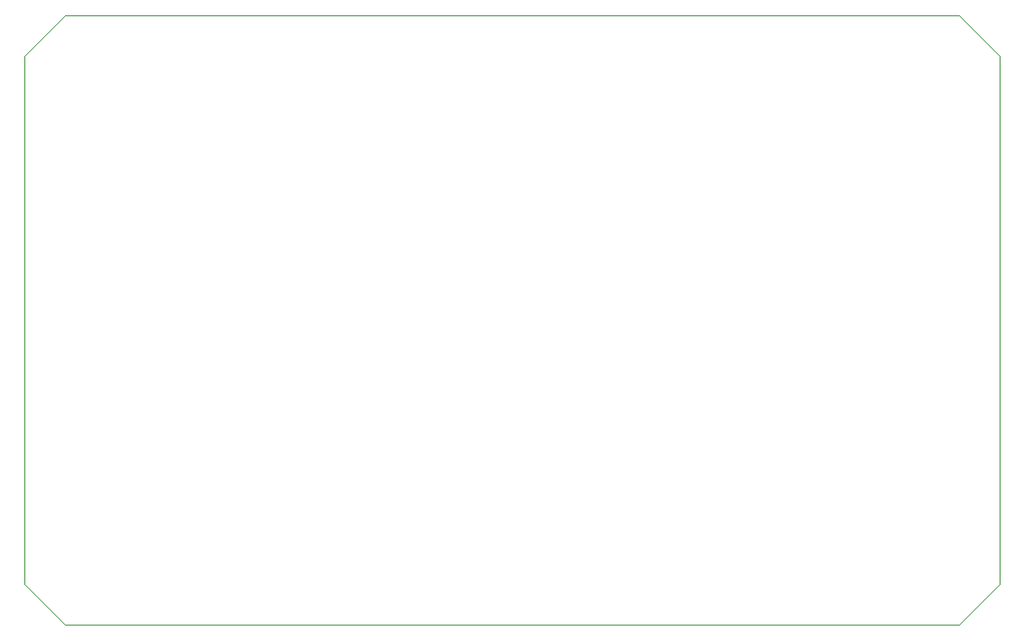
<source format=gbr>
G04 #@! TF.GenerationSoftware,KiCad,Pcbnew,5.1.4+dfsg1-1*
G04 #@! TF.CreationDate,2020-01-07T17:42:00+09:00*
G04 #@! TF.ProjectId,Drone,44726f6e-652e-46b6-9963-61645f706362,rev?*
G04 #@! TF.SameCoordinates,Original*
G04 #@! TF.FileFunction,Profile,NP*
%FSLAX46Y46*%
G04 Gerber Fmt 4.6, Leading zero omitted, Abs format (unit mm)*
G04 Created by KiCad (PCBNEW 5.1.4+dfsg1-1) date 2020-01-07 17:42:00*
%MOMM*%
%LPD*%
G04 APERTURE LIST*
%ADD10C,0.050000*%
G04 APERTURE END LIST*
D10*
X95250000Y-72390000D02*
X97790000Y-72390000D01*
X91440000Y-76200000D02*
X95250000Y-72390000D01*
X91440000Y-125730000D02*
X91440000Y-76200000D01*
X95250000Y-129540000D02*
X91440000Y-125730000D01*
X179070000Y-129540000D02*
X95250000Y-129540000D01*
X182880000Y-125730000D02*
X179070000Y-129540000D01*
X182880000Y-76200000D02*
X182880000Y-125730000D01*
X179070000Y-72390000D02*
X182880000Y-76200000D01*
X175260000Y-72390000D02*
X179070000Y-72390000D01*
X97790000Y-72390000D02*
X175260000Y-72390000D01*
M02*

</source>
